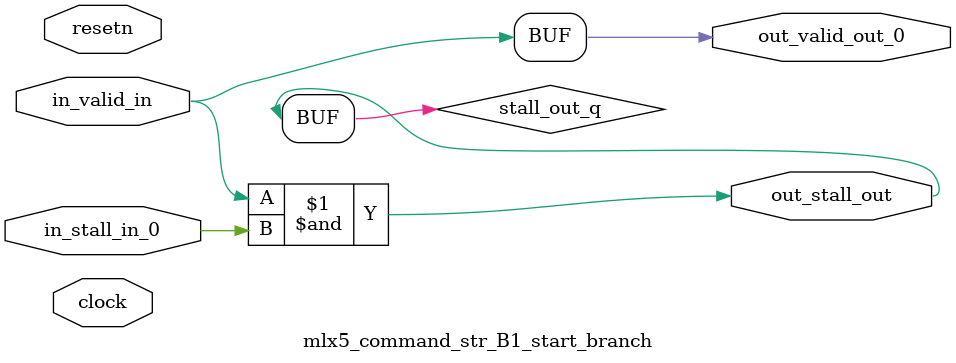
<source format=sv>



(* altera_attribute = "-name AUTO_SHIFT_REGISTER_RECOGNITION OFF; -name MESSAGE_DISABLE 10036; -name MESSAGE_DISABLE 10037; -name MESSAGE_DISABLE 14130; -name MESSAGE_DISABLE 14320; -name MESSAGE_DISABLE 15400; -name MESSAGE_DISABLE 14130; -name MESSAGE_DISABLE 10036; -name MESSAGE_DISABLE 12020; -name MESSAGE_DISABLE 12030; -name MESSAGE_DISABLE 12010; -name MESSAGE_DISABLE 12110; -name MESSAGE_DISABLE 14320; -name MESSAGE_DISABLE 13410; -name MESSAGE_DISABLE 113007; -name MESSAGE_DISABLE 10958" *)
module mlx5_command_str_B1_start_branch (
    input wire [0:0] in_stall_in_0,
    input wire [0:0] in_valid_in,
    output wire [0:0] out_stall_out,
    output wire [0:0] out_valid_out_0,
    input wire clock,
    input wire resetn
    );

    wire [0:0] stall_out_q;


    // stall_out(LOGICAL,6)
    assign stall_out_q = in_valid_in & in_stall_in_0;

    // out_stall_out(GPOUT,4)
    assign out_stall_out = stall_out_q;

    // out_valid_out_0(GPOUT,5)
    assign out_valid_out_0 = in_valid_in;

endmodule

</source>
